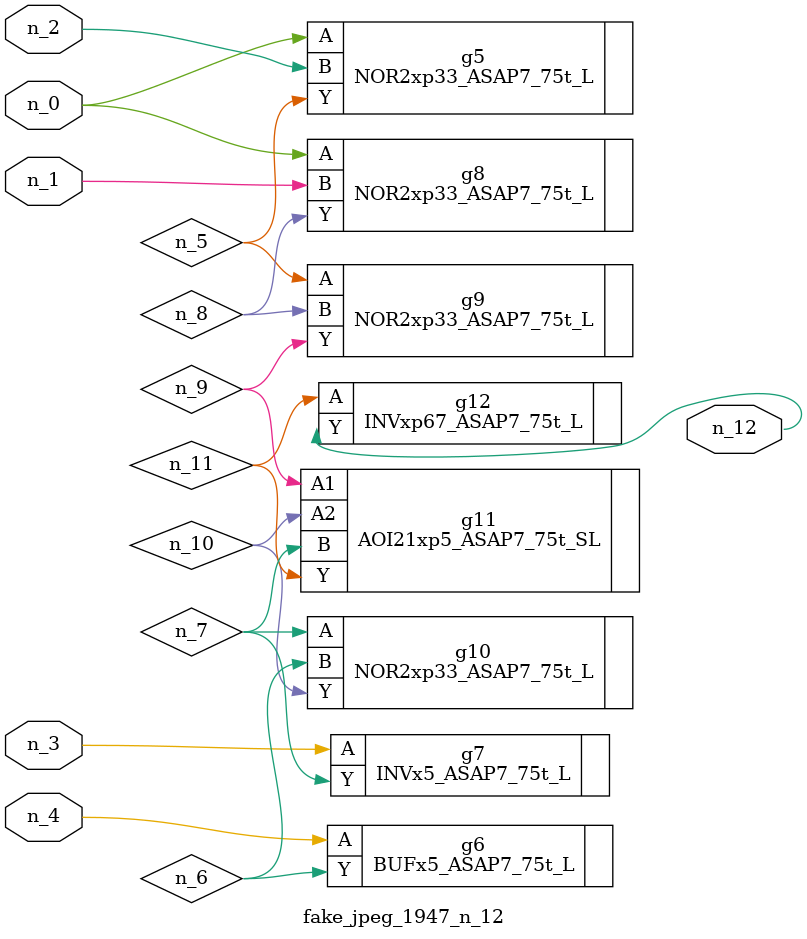
<source format=v>
module fake_jpeg_1947_n_12 (n_3, n_2, n_1, n_0, n_4, n_12);

input n_3;
input n_2;
input n_1;
input n_0;
input n_4;

output n_12;

wire n_11;
wire n_10;
wire n_8;
wire n_9;
wire n_6;
wire n_5;
wire n_7;

NOR2xp33_ASAP7_75t_L g5 ( 
.A(n_0),
.B(n_2),
.Y(n_5)
);

BUFx5_ASAP7_75t_L g6 ( 
.A(n_4),
.Y(n_6)
);

INVx5_ASAP7_75t_L g7 ( 
.A(n_3),
.Y(n_7)
);

NOR2xp33_ASAP7_75t_L g8 ( 
.A(n_0),
.B(n_1),
.Y(n_8)
);

NOR2xp33_ASAP7_75t_L g9 ( 
.A(n_5),
.B(n_8),
.Y(n_9)
);

AOI21xp5_ASAP7_75t_SL g11 ( 
.A1(n_9),
.A2(n_10),
.B(n_7),
.Y(n_11)
);

NOR2xp33_ASAP7_75t_L g10 ( 
.A(n_7),
.B(n_6),
.Y(n_10)
);

INVxp67_ASAP7_75t_L g12 ( 
.A(n_11),
.Y(n_12)
);


endmodule
</source>
